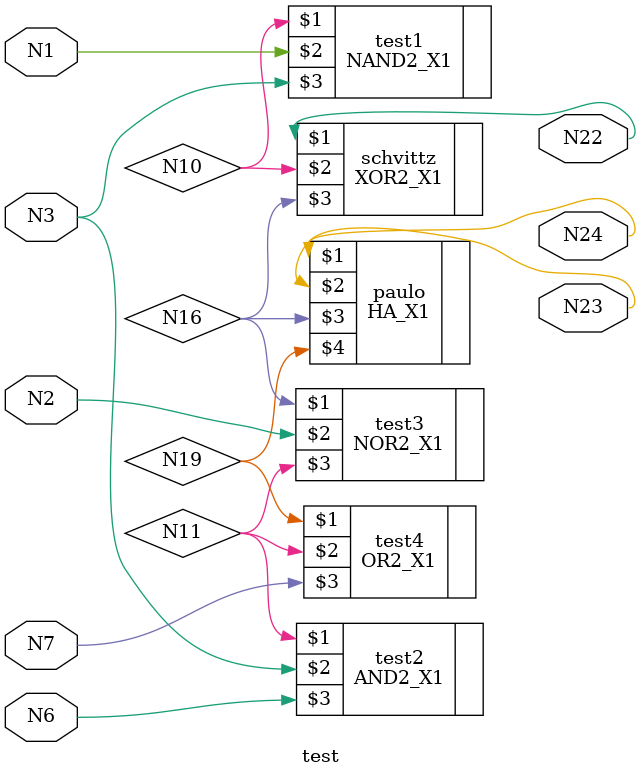
<source format=v>
module test (N1,N2,N3,N6,N7,N22,N23,N24);

input N1,N2,N3,N6,N7;

output N22,N23,N24;

wire N10,N11,N16,N19;

NAND2_X1 test1 (N10, N1, N3);
AND2_X1 test2 (N11, N3, N6);
NOR2_X1 test3 (N16, N2, N11);
OR2_X1 test4 (N19, N11, N7);
XOR2_X1 schvittz (N22, N10, N16);
HA_X1 paulo (N24, N23, N16, N19);

endmodule
</source>
